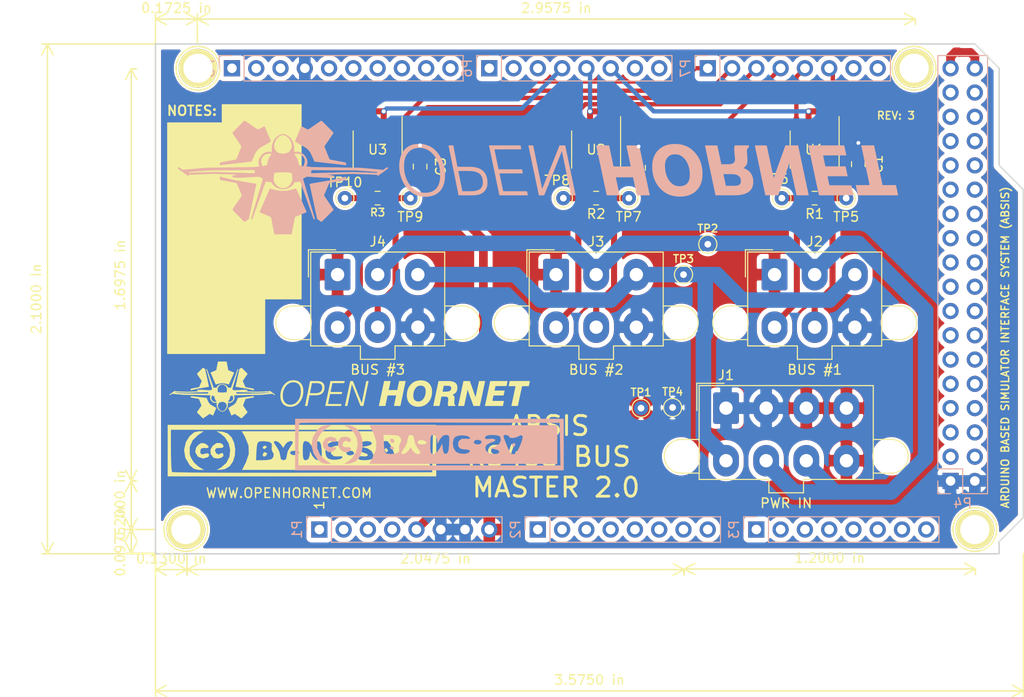
<source format=kicad_pcb>
(kicad_pcb (version 20171130) (host pcbnew "(5.1.4)-1")
  (title_block (title "ABSIS RS485 BUS MASTER") (date 2020-11-04) (rev 2) (company OPENHORNET.COM) (comment 1 "CC BY-NC-SA"))
  (layers (0 F.Cu signal) (31 B.Cu signal) (34 B.Paste user) (35 F.Paste user) (36 B.SilkS user) (37 F.SilkS user) (38 B.Mask user) (39 F.Mask user) (44 Edge.Cuts user))
  (net 0 "")
  (net 1 GND)
  (net 2 +5V)
  (net 3 +3V3)
  (net 4 +5VD)
  (net 5 /+12V_SUPPLY)
  (net 6 /+5V_SUPPLY)
  (net 7 /+3.3V_SUPPLY)
  (net 8 "/52(SCK)")
  (net 9 "/53(SS)")
  (net 10 "/50(MISO)")
  (net 11 "/51(MOSI)")
  (net 12 /48)
  (net 13 /49)
  (net 14 /46)
  (net 15 /47)
  (net 16 /44)
  (net 17 /45)
  (net 18 /42)
  (net 19 /43)
  (net 20 /40)
  (net 21 /41)
  (net 22 /38)
  (net 23 /39)
  (net 24 /36)
  (net 25 /37)
  (net 26 /34)
  (net 27 /35)
  (net 28 /32)
  (net 29 /33)
  (net 30 /30)
  (net 31 /31)
  (net 32 /28)
  (net 33 /29)
  (net 34 /26)
  (net 35 /27)
  (net 36 /24)
  (net 37 /25)
  (net 38 /22)
  (net 39 /23)
  (net 40 /Reset)
  (net 41 /IOREF)
  (net 42 /A0)
  (net 43 /A1)
  (net 44 /A2)
  (net 45 /A3)
  (net 46 /A4)
  (net 47 /A5)
  (net 48 /A6)
  (net 49 /A7)
  (net 50 /A8)
  (net 51 /A9)
  (net 52 /A10)
  (net 53 /A11)
  (net 54 /A12)
  (net 55 /A13)
  (net 56 /A14)
  (net 57 /A15)
  (net 58 /SCL)
  (net 59 /SDA)
  (net 60 /AREF)
  (net 61 "/13(**)")
  (net 62 "/12(**)")
  (net 63 "/11(**)")
  (net 64 "/10(**)")
  (net 65 "/9(**)")
  (net 66 "/8(**)")
  (net 67 "/7(**)")
  (net 68 "/6(**)")
  (net 69 "/5(**)")
  (net 70 "/4(**)")
  (net 71 "/3(**)")
  (net 72 "/2(**)")
  (net 73 "/1(Tx0)")
  (net 74 "/0(Rx0)")
  (net 75 "/14(Tx3)")
  (net 76 "/15(Rx3)")
  (net 77 "/16(Tx2)")
  (net 78 "/17(Rx2)")
  (net 79 "/18(Tx1)")
  (net 80 "/19(Rx1)")
  (net 81 "/20(SDA)")
  (net 82 "/21(SCL)")
  (net 83 /BUS1-A)
  (net 84 /BUS1-B)
  (net 85 /BUS2-B)
  (net 86 /BUS2-A)
  (net 87 /BUS3-A)
  (net 88 /BUS3-B)
  (net 89 "Net-(P1-Pad1)")
  (module KiCAD_Libraries:CC-BY-NC-SA-Small (layer B.Cu) (at 142.748 110.236)
    (fp_text reference G*** hide)
    (fp_text value LOGO hide)
  )
  (module KiCAD_Libraries:OH_LOGO_75.4mm_11.9mm (layer B.Cu) (at 154.178 82.296)
    (fp_text reference G*** hide)
    (fp_text value LOGO hide)
  )
  (module KiCAD_Libraries:CC-BY-NC-SA-Small (layer F.Cu) (at 129.413 110.871)
    (fp_text reference G*** hide)
    (fp_text value LOGO hide)
  )
  (module KiCAD_Libraries:OH_LOGO_37.7mm_5.9mm (layer F.Cu) (at 134.493 104.521)
    (fp_text reference G*** hide)
    (fp_text value LOGO hide)
  )
  (module Capacitor_SMD:C_0805_2012Metric_Pad1.15x1.40mm_HandSolder (layer F.Cu) (at 141.859 81.153 90)
    (fp_text reference C3 (at 0 2.159 90) (layer F.SilkS))
    (fp_text value 0.1uF)
    (pad 1 smd roundrect (at -1.025 0 90) (size 1.15 1.4) (layers F.Cu F.Paste F.Mask) (roundrect_rratio 0.217391) (net 2 +5V))
    (pad 2 smd roundrect (at 1.025 0 90) (size 1.15 1.4) (layers F.Cu F.Paste F.Mask) (roundrect_rratio 0.217391) (net 1 GND))
  )
  (module Capacitor_SMD:C_0805_2012Metric_Pad1.15x1.40mm_HandSolder (layer F.Cu) (at 164.719 81.28 90)
    (fp_text reference C2 (at 0 2.159 90) (layer F.SilkS))
    (fp_text value 0.1uF)
    (pad 2 smd roundrect (at 1.025 0 90) (size 1.15 1.4) (layers F.Cu F.Paste F.Mask) (roundrect_rratio 0.217391) (net 1 GND))
    (pad 1 smd roundrect (at -1.025 0 90) (size 1.15 1.4) (layers F.Cu F.Paste F.Mask) (roundrect_rratio 0.217391) (net 2 +5V))
  )
  (module Capacitor_SMD:C_0805_2012Metric_Pad1.15x1.40mm_HandSolder (layer F.Cu) (at 187.706 80.899 90)
    (fp_text reference C1 (at 0 2.032 90) (layer F.SilkS))
    (fp_text value 0.1uF)
    (pad 1 smd roundrect (at -1.025 0 90) (size 1.15 1.4) (layers F.Cu F.Paste F.Mask) (roundrect_rratio 0.217391) (net 2 +5V))
    (pad 2 smd roundrect (at 1.025 0 90) (size 1.15 1.4) (layers F.Cu F.Paste F.Mask) (roundrect_rratio 0.217391) (net 1 GND))
  )
  (module Resistor_SMD:R_0805_2012Metric_Pad1.15x1.40mm_HandSolder (layer F.Cu) (at 160.274 84.455 180)
    (fp_text reference R2 (at 0 -1.65) (layer F.SilkS))
    (fp_text value 120)
    (pad 2 smd roundrect (at 1.025 0 180) (size 1.15 1.4) (layers F.Cu F.Paste F.Mask) (roundrect_rratio 0.217391) (net 86 /BUS2-A))
    (pad 1 smd roundrect (at -1.025 0 180) (size 1.15 1.4) (layers F.Cu F.Paste F.Mask) (roundrect_rratio 0.217391) (net 85 /BUS2-B))
  )
  (module TestPoint:TestPoint_THTPad_D1.5mm_Drill0.7mm (layer F.Cu) (at 186.436 84.455)
    (fp_text reference TP5 (at 0 1.9558) (layer F.SilkS))
    (fp_text value TP-B1B)
    (pad 1 thru_hole circle (at 0 0) (size 1.5 1.5) (drill 0.7) (layers *.Cu *.Mask) (net 84 /BUS1-B))
  )
  (module TestPoint:TestPoint_THTPad_D1.5mm_Drill0.7mm (layer F.Cu) (at 163.703 84.455)
    (fp_text reference TP7 (at -0.0254 1.9558) (layer F.SilkS))
    (fp_text value TP-B2B)
    (pad 1 thru_hole circle (at 0 0) (size 1.5 1.5) (drill 0.7) (layers *.Cu *.Mask) (net 85 /BUS2-B))
  )
  (module TestPoint:TestPoint_THTPad_D1.5mm_Drill0.7mm (layer F.Cu) (at 156.845 84.455)
    (fp_text reference TP8 (at -0.635 -1.8542) (layer F.SilkS))
    (fp_text value TP-B2A)
    (pad 1 thru_hole circle (at 0 0) (size 1.5 1.5) (drill 0.7) (layers *.Cu *.Mask) (net 86 /BUS2-A))
  )
  (module Resistor_SMD:R_0805_2012Metric_Pad1.15x1.40mm_HandSolder (layer F.Cu) (at 137.414 84.455 180)
    (fp_text reference R3 (at 0 -1.4986) (layer F.SilkS) (effects (font (size 0.8 0.8))))
    (fp_text value 120)
    (pad 1 smd roundrect (at -1.025 0 180) (size 1.15 1.4) (layers F.Cu F.Paste F.Mask) (roundrect_rratio 0.217391) (net 88 /BUS3-B))
    (pad 2 smd roundrect (at 1.025 0 180) (size 1.15 1.4) (layers F.Cu F.Paste F.Mask) (roundrect_rratio 0.217391) (net 87 /BUS3-A))
  )
  (module TestPoint:TestPoint_THTPad_D1.5mm_Drill0.7mm (layer F.Cu) (at 140.843 84.455)
    (fp_text reference TP9 (at 0 1.9558) (layer F.SilkS))
    (fp_text value TP-B3B)
    (pad 1 thru_hole circle (at 0 0) (size 1.5 1.5) (drill 0.7) (layers *.Cu *.Mask) (net 88 /BUS3-B))
  )
  (module TestPoint:TestPoint_THTPad_D1.5mm_Drill0.7mm (layer F.Cu) (at 133.985 84.455)
    (fp_text reference TP10 (at 0 -1.648) (layer F.SilkS))
    (fp_text value TP-B3A)
    (pad 1 thru_hole circle (at 0 0) (size 1.5 1.5) (drill 0.7) (layers *.Cu *.Mask) (net 87 /BUS3-A))
  )
  (module Resistor_SMD:R_0805_2012Metric_Pad1.15x1.40mm_HandSolder (layer F.Cu) (at 183.134 84.455 180)
    (fp_text reference R1 (at 0 -1.65) (layer F.SilkS))
    (fp_text value 120)
    (pad 1 smd roundrect (at -1.025 0 180) (size 1.15 1.4) (layers F.Cu F.Paste F.Mask) (roundrect_rratio 0.217391) (net 84 /BUS1-B))
    (pad 2 smd roundrect (at 1.025 0 180) (size 1.15 1.4) (layers F.Cu F.Paste F.Mask) (roundrect_rratio 0.217391) (net 83 /BUS1-A))
  )
  (module Package_SO:SOIC-8_3.9x4.9mm_P1.27mm (layer F.Cu) (at 183.134 79.375 270)
    (fp_text reference U1 (at 0 0 180) (layer F.SilkS))
    (fp_text value MAX487EESA+T)
    (pad 1 smd roundrect (at -2.475 -1.905 270) (size 1.95 0.6) (layers F.Cu F.Paste F.Mask) (net 80 "/19(Rx1)"))
    (pad 2 smd roundrect (at -2.475 -0.635 270) (size 1.95 0.6) (layers F.Cu F.Paste F.Mask) (net 72 "/2(**)"))
    (pad 3 smd roundrect (at -2.475 0.635 270) (size 1.95 0.6) (layers F.Cu F.Paste F.Mask) (net 72 "/2(**)"))
    (pad 4 smd roundrect (at -2.475 1.905 270) (size 1.95 0.6) (layers F.Cu F.Paste F.Mask) (net 79 "/18(Tx1)"))
    (pad 5 smd roundrect (at 2.475 1.905 270) (size 1.95 0.6) (layers F.Cu F.Paste F.Mask) (net 1 GND))
    (pad 6 smd roundrect (at 2.475 0.635 270) (size 1.95 0.6) (layers F.Cu F.Paste F.Mask) (net 83 /BUS1-A))
    (pad 7 smd roundrect (at 2.475 -0.635 270) (size 1.95 0.6) (layers F.Cu F.Paste F.Mask) (net 84 /BUS1-B))
    (pad 8 smd roundrect (at 2.475 -1.905 270) (size 1.95 0.6) (layers F.Cu F.Paste F.Mask) (net 2 +5V))
  )
  (module Package_SO:SOIC-8_3.9x4.9mm_P1.27mm (layer F.Cu) (at 160.274 79.375 270)
    (fp_text reference U2 (at 0 0 180) (layer F.SilkS))
    (fp_text value MAX487EESA+T)
    (pad 8 smd roundrect (at 2.475 -1.905 270) (size 1.95 0.6) (layers F.Cu F.Paste F.Mask) (net 2 +5V))
    (pad 7 smd roundrect (at 2.475 -0.635 270) (size 1.95 0.6) (layers F.Cu F.Paste F.Mask) (net 85 /BUS2-B))
    (pad 6 smd roundrect (at 2.475 0.635 270) (size 1.95 0.6) (layers F.Cu F.Paste F.Mask) (net 86 /BUS2-A))
    (pad 5 smd roundrect (at 2.475 1.905 270) (size 1.95 0.6) (layers F.Cu F.Paste F.Mask) (net 1 GND))
    (pad 4 smd roundrect (at -2.475 1.905 270) (size 1.95 0.6) (layers F.Cu F.Paste F.Mask) (net 77 "/16(Tx2)"))
    (pad 3 smd roundrect (at -2.475 0.635 270) (size 1.95 0.6) (layers F.Cu F.Paste F.Mask) (net 71 "/3(**)"))
    (pad 2 smd roundrect (at -2.475 -0.635 270) (size 1.95 0.6) (layers F.Cu F.Paste F.Mask) (net 71 "/3(**)"))
    (pad 1 smd roundrect (at -2.475 -1.905 270) (size 1.95 0.6) (layers F.Cu F.Paste F.Mask) (net 78 "/17(Rx2)"))
  )
  (module Package_SO:SOIC-8_3.9x4.9mm_P1.27mm (layer F.Cu) (at 137.414 79.375 270)
    (fp_text reference U3 (at 0 0 180) (layer F.SilkS))
    (fp_text value MAX487EESA+T)
    (pad 1 smd roundrect (at -2.475 -1.905 270) (size 1.95 0.6) (layers F.Cu F.Paste F.Mask) (net 76 "/15(Rx3)"))
    (pad 2 smd roundrect (at -2.475 -0.635 270) (size 1.95 0.6) (layers F.Cu F.Paste F.Mask) (net 70 "/4(**)"))
    (pad 3 smd roundrect (at -2.475 0.635 270) (size 1.95 0.6) (layers F.Cu F.Paste F.Mask) (net 70 "/4(**)"))
    (pad 4 smd roundrect (at -2.475 1.905 270) (size 1.95 0.6) (layers F.Cu F.Paste F.Mask) (net 75 "/14(Tx3)"))
    (pad 5 smd roundrect (at 2.475 1.905 270) (size 1.95 0.6) (layers F.Cu F.Paste F.Mask) (net 1 GND))
    (pad 6 smd roundrect (at 2.475 0.635 270) (size 1.95 0.6) (layers F.Cu F.Paste F.Mask) (net 87 /BUS3-A))
    (pad 7 smd roundrect (at 2.475 -0.635 270) (size 1.95 0.6) (layers F.Cu F.Paste F.Mask) (net 88 /BUS3-B))
    (pad 8 smd roundrect (at 2.475 -1.905 270) (size 1.95 0.6) (layers F.Cu F.Paste F.Mask) (net 2 +5V))
  )
  (module TestPoint:TestPoint_THTPad_D1.5mm_Drill0.7mm (layer F.Cu) (at 179.705 84.455)
    (fp_text reference TP6 (at -0.635 -2.0066) (layer F.SilkS))
    (fp_text value TP-B1A)
    (pad 1 thru_hole circle (at 0 0) (size 1.5 1.5) (drill 0.7) (layers *.Cu *.Mask) (net 83 /BUS1-A))
  )
  (module Socket_Arduino_Mega:Arduino_1pin (layer F.Cu) (at 117.348 119.126)
    (fp_text reference MK1 hide)
    (fp_text value MH hide)
    (pad 1 thru_hole circle (at 0 0) (size 4.064 4.064) (drill 3.048) (layers *.Cu *.Mask F.SilkS))
  )
  (module Socket_Arduino_Mega:Arduino_1pin (layer F.Cu) (at 199.898 119.126)
    (fp_text reference MK3 hide)
    (fp_text value MH hide)
    (pad 1 thru_hole circle (at 0 0) (size 4.064 4.064) (drill 3.048) (layers *.Cu *.Mask F.SilkS))
  )
  (module Socket_Arduino_Mega:Arduino_1pin (layer F.Cu) (at 118.618 70.866)
    (fp_text reference MK4 hide)
    (fp_text value MH hide)
    (pad 1 thru_hole circle (at 0 0) (size 4.064 4.064) (drill 3.048) (layers *.Cu *.Mask F.SilkS))
  )
  (module Socket_Arduino_Mega:Arduino_1pin (layer F.Cu) (at 193.548 70.866)
    (fp_text reference MK6 hide)
    (fp_text value MH hide)
    (pad 1 thru_hole circle (at 0 0) (size 4.064 4.064) (drill 3.048) (layers *.Cu *.Mask F.SilkS))
  )
  (module TestPoint:TestPoint_THTPad_D1.5mm_Drill0.7mm (layer F.Cu) (at 164.973 106.426)
    (fp_text reference TP1 (at 0 -1.648) (layer F.SilkS) (effects (font (size 0.8 0.8))))
    (fp_text value TP-12)
    (pad 1 thru_hole circle (at 0 0) (size 1.5 1.5) (drill 0.7) (layers *.Cu *.Mask) (net 5 /+12V_SUPPLY))
  )
  (module TestPoint:TestPoint_THTPad_D1.5mm_Drill0.7mm (layer F.Cu) (at 171.958 89.281)
    (fp_text reference TP2 (at 0 -1.648) (layer F.SilkS) (effects (font (size 0.8 0.8))))
    (fp_text value TP-5V)
    (pad 1 thru_hole circle (at 0 0) (size 1.5 1.5) (drill 0.7) (layers *.Cu *.Mask) (net 6 /+5V_SUPPLY))
  )
  (module TestPoint:TestPoint_THTPad_D1.5mm_Drill0.7mm (layer F.Cu) (at 169.418 92.456)
    (fp_text reference TP3 (at 0 -1.648) (layer F.SilkS) (effects (font (size 0.8 0.8))))
    (fp_text value TP-3.3V)
    (pad 1 thru_hole circle (at 0 0) (size 1.5 1.5) (drill 0.7) (layers *.Cu *.Mask) (net 7 /+3.3V_SUPPLY))
  )
  (module TestPoint:TestPoint_THTPad_D1.5mm_Drill0.7mm (layer F.Cu) (at 168.275 106.3625)
    (fp_text reference TP4 (at 0 -1.648) (layer F.SilkS) (effects (font (size 0.8 0.8))))
    (fp_text value TP-GND)
    (pad 1 thru_hole circle (at 0 0) (size 1.5 1.5) (drill 0.7) (layers *.Cu *.Mask) (net 1 GND))
  )
  (module Connector_PinHeader_2.54mm:PinHeader_2x18_P2.54mm_Vertical (layer B.Cu) (at 197.358 114.046)
    (fp_text reference P4 (at 1.27 2.33) (layer B.SilkS) (effects (justify mirror)))
    (fp_text value Digital)
    (pad 1 thru_hole rect (at 0 0) (size 1.7 1.7) (drill 1) (layers *.Cu *.Mask) (net 1 GND))
    (pad 2 thru_hole oval (at 2.54 0) (size 1.7 1.7) (drill 1) (layers *.Cu *.Mask) (net 1 GND))
    (pad 3 thru_hole oval (at 0 -2.54) (size 1.7 1.7) (drill 1) (layers *.Cu *.Mask) (net 8 "/52(SCK)"))
    (pad 4 thru_hole oval (at 2.54 -2.54) (size 1.7 1.7) (drill 1) (layers *.Cu *.Mask) (net 9 "/53(SS)"))
    (pad 5 thru_hole oval (at 0 -5.08) (size 1.7 1.7) (drill 1) (layers *.Cu *.Mask) (net 10 "/50(MISO)"))
    (pad 6 thru_hole oval (at 2.54 -5.08) (size 1.7 1.7) (drill 1) (layers *.Cu *.Mask) (net 11 "/51(MOSI)"))
    (pad 7 thru_hole oval (at 0 -7.62) (size 1.7 1.7) (drill 1) (layers *.Cu *.Mask) (net 12 /48))
    (pad 8 thru_hole oval (at 2.54 -7.62) (size 1.7 1.7) (drill 1) (layers *.Cu *.Mask) (net 13 /49))
    (pad 9 thru_hole oval (at 0 -10.16) (size 1.7 1.7) (drill 1) (layers *.Cu *.Mask) (net 14 /46))
    (pad 10 thru_hole oval (at 2.54 -10.16) (size 1.7 1.7) (drill 1) (layers *.Cu *.Mask) (net 15 /47))
    (pad 11 thru_hole oval (at 0 -12.7) (size 1.7 1.7) (drill 1) (layers *.Cu *.Mask) (net 16 /44))
    (pad 12 thru_hole oval (at 2.54 -12.7) (size 1.7 1.7) (drill 1) (layers *.Cu *.Mask) (net 17 /45))
    (pad 13 thru_hole oval (at 0 -15.24) (size 1.7 1.7) (drill 1) (layers *.Cu *.Mask) (net 18 /42))
    (pad 14 thru_hole oval (at 2.54 -15.24) (size 1.7 1.7) (drill 1) (layers *.Cu *.Mask) (net 19 /43))
    (pad 15 thru_hole oval (at 0 -17.78) (size 1.7 1.7) (drill 1) (layers *.Cu *.Mask) (net 20 /40))
    (pad 16 thru_hole oval (at 2.54 -17.78) (size 1.7 1.7) (drill 1) (layers *.Cu *.Mask) (net 21 /41))
    (pad 17 thru_hole oval (at 0 -20.32) (size 1.7 1.7) (drill 1) (layers *.Cu *.Mask) (net 22 /38))
    (pad 18 thru_hole oval (at 2.54 -20.32) (size 1.7 1.7) (drill 1) (layers *.Cu *.Mask) (net 23 /39))
    (pad 19 thru_hole oval (at 0 -22.86) (size 1.7 1.7) (drill 1) (layers *.Cu *.Mask) (net 24 /36))
    (pad 20 thru_hole oval (at 2.54 -22.86) (size 1.7 1.7) (drill 1) (layers *.Cu *.Mask) (net 25 /37))
    (pad 21 thru_hole oval (at 0 -25.4) (size 1.7 1.7) (drill 1) (layers *.Cu *.Mask) (net 26 /34))
    (pad 22 thru_hole oval (at 2.54 -25.4) (size 1.7 1.7) (drill 1) (layers *.Cu *.Mask) (net 27 /35))
    (pad 23 thru_hole oval (at 0 -27.94) (size 1.7 1.7) (drill 1) (layers *.Cu *.Mask) (net 28 /32))
    (pad 24 thru_hole oval (at 2.54 -27.94) (size 1.7 1.7) (drill 1) (layers *.Cu *.Mask) (net 29 /33))
    (pad 25 thru_hole oval (at 0 -30.48) (size 1.7 1.7) (drill 1) (layers *.Cu *.Mask) (net 30 /30))
    (pad 26 thru_hole oval (at 2.54 -30.48) (size 1.7 1.7) (drill 1) (layers *.Cu *.Mask) (net 31 /31))
    (pad 27 thru_hole oval (at 0 -33.02) (size 1.7 1.7) (drill 1) (layers *.Cu *.Mask) (net 32 /28))
    (pad 28 thru_hole oval (at 2.54 -33.02) (size 1.7 1.7) (drill 1) (layers *.Cu *.Mask) (net 33 /29))
    (pad 29 thru_hole oval (at 0 -35.56) (size 1.7 1.7) (drill 1) (layers *.Cu *.Mask) (net 34 /26))
    (pad 30 thru_hole oval (at 2.54 -35.56) (size 1.7 1.7) (drill 1) (layers *.Cu *.Mask) (net 35 /27))
    (pad 31 thru_hole oval (at 0 -38.1) (size 1.7 1.7) (drill 1) (layers *.Cu *.Mask) (net 36 /24))
    (pad 32 thru_hole oval (at 2.54 -38.1) (size 1.7 1.7) (drill 1) (layers *.Cu *.Mask) (net 37 /25))
    (pad 33 thru_hole oval (at 0 -40.64) (size 1.7 1.7) (drill 1) (layers *.Cu *.Mask) (net 38 /22))
    (pad 34 thru_hole oval (at 2.54 -40.64) (size 1.7 1.7) (drill 1) (layers *.Cu *.Mask) (net 39 /23))
    (pad 35 thru_hole oval (at 0 -43.18) (size 1.7 1.7) (drill 1) (layers *.Cu *.Mask) (net 4 +5VD))
    (pad 36 thru_hole oval (at 2.54 -43.18) (size 1.7 1.7) (drill 1) (layers *.Cu *.Mask) (net 4 +5VD))
  )
  (module Connector_PinHeader_2.54mm:PinHeader_1x08_P2.54mm_Vertical (layer B.Cu) (at 131.318 119.126 270)
    (fp_text reference P1 (at 0 2.33 270) (layer B.SilkS) (effects (justify mirror)))
    (fp_text value Power)
    (pad 1 thru_hole rect (at 0 0 270) (size 1.7 1.7) (drill 1) (layers *.Cu *.Mask) (net 89 "Net-(P1-Pad1)"))
    (pad 2 thru_hole oval (at 0 -2.54 270) (size 1.7 1.7) (drill 1) (layers *.Cu *.Mask) (net 41 /IOREF))
    (pad 3 thru_hole oval (at 0 -5.08 270) (size 1.7 1.7) (drill 1) (layers *.Cu *.Mask) (net 40 /Reset))
    (pad 4 thru_hole oval (at 0 -7.62 270) (size 1.7 1.7) (drill 1) (layers *.Cu *.Mask) (net 3 +3V3))
    (pad 5 thru_hole oval (at 0 -10.16 270) (size 1.7 1.7) (drill 1) (layers *.Cu *.Mask) (net 2 +5V))
    (pad 6 thru_hole oval (at 0 -12.7 270) (size 1.7 1.7) (drill 1) (layers *.Cu *.Mask) (net 1 GND))
    (pad 7 thru_hole oval (at 0 -15.24 270) (size 1.7 1.7) (drill 1) (layers *.Cu *.Mask) (net 1 GND))
    (pad 8 thru_hole oval (at 0 -17.78 270) (size 1.7 1.7) (drill 1) (layers *.Cu *.Mask) (net 5 /+12V_SUPPLY))
  )
  (module Connector_PinHeader_2.54mm:PinHeader_1x08_P2.54mm_Vertical (layer B.Cu) (at 177.038 119.126 270)
    (fp_text reference P3 (at 0 2.33 270) (layer B.SilkS) (effects (justify mirror)))
    (fp_text value Analog)
    (pad 1 thru_hole rect (at 0 0 270) (size 1.7 1.7) (drill 1) (layers *.Cu *.Mask) (net 50 /A8))
    (pad 2 thru_hole oval (at 0 -2.54 270) (size 1.7 1.7) (drill 1) (layers *.Cu *.Mask) (net 51 /A9))
    (pad 3 thru_hole oval (at 0 -5.08 270) (size 1.7 1.7) (drill 1) (layers *.Cu *.Mask) (net 52 /A10))
    (pad 4 thru_hole oval (at 0 -7.62 270) (size 1.7 1.7) (drill 1) (layers *.Cu *.Mask) (net 53 /A11))
    (pad 5 thru_hole oval (at 0 -10.16 270) (size 1.7 1.7) (drill 1) (layers *.Cu *.Mask) (net 54 /A12))
    (pad 6 thru_hole oval (at 0 -12.7 270) (size 1.7 1.7) (drill 1) (layers *.Cu *.Mask) (net 55 /A13))
    (pad 7 thru_hole oval (at 0 -15.24 270) (size 1.7 1.7) (drill 1) (layers *.Cu *.Mask) (net 56 /A14))
    (pad 8 thru_hole oval (at 0 -17.78 270) (size 1.7 1.7) (drill 1) (layers *.Cu *.Mask) (net 57 /A15))
  )
  (module Connector_PinHeader_2.54mm:PinHeader_1x10_P2.54mm_Vertical (layer B.Cu) (at 122.174 70.866 270)
    (fp_text reference P5 (at 0 2.33 270) (layer B.SilkS) (effects (justify mirror)))
    (fp_text value PWM)
    (pad 1 thru_hole rect (at 0 0 270) (size 1.7 1.7) (drill 1) (layers *.Cu *.Mask) (net 58 /SCL))
    (pad 2 thru_hole oval (at 0 -2.54 270) (size 1.7 1.7) (drill 1) (layers *.Cu *.Mask) (net 59 /SDA))
    (pad 3 thru_hole oval (at 0 -5.08 270) (size 1.7 1.7) (drill 1) (layers *.Cu *.Mask) (net 60 /AREF))
    (pad 4 thru_hole oval (at 0 -7.62 270) (size 1.7 1.7) (drill 1) (layers *.Cu *.Mask) (net 1 GND))
    (pad 5 thru_hole oval (at 0 -10.16 270) (size 1.7 1.7) (drill 1) (layers *.Cu *.Mask) (net 61 "/13(**)"))
    (pad 6 thru_hole oval (at 0 -12.7 270) (size 1.7 1.7) (drill 1) (layers *.Cu *.Mask) (net 62 "/12(**)"))
    (pad 7 thru_hole oval (at 0 -15.24 270) (size 1.7 1.7) (drill 1) (layers *.Cu *.Mask) (net 63 "/11(**)"))
    (pad 8 thru_hole oval (at 0 -17.78 270) (size 1.7 1.7) (drill 1) (layers *.Cu *.Mask) (net 64 "/10(**)"))
    (pad 9 thru_hole oval (at 0 -20.32 270) (size 1.7 1.7) (drill 1) (layers *.Cu *.Mask) (net 65 "/9(**)"))
    (pad 10 thru_hole oval (at 0 -22.86 270) (size 1.7 1.7) (drill 1) (layers *.Cu *.Mask) (net 66 "/8(**)"))
  )
  (module Connector_PinHeader_2.54mm:PinHeader_1x08_P2.54mm_Vertical (layer B.Cu) (at 149.098 70.866 270)
    (fp_text reference P6 (at 0 2.33 270) (layer B.SilkS) (effects (justify mirror)))
    (fp_text value PWM)
    (pad 8 thru_hole oval (at 0 -17.78 270) (size 1.7 1.7) (drill 1) (layers *.Cu *.Mask) (net 74 "/0(Rx0)"))
    (pad 7 thru_hole oval (at 0 -15.24 270) (size 1.7 1.7) (drill 1) (layers *.Cu *.Mask) (net 73 "/1(Tx0)"))
    (pad 6 thru_hole oval (at 0 -12.7 270) (size 1.7 1.7) (drill 1) (layers *.Cu *.Mask) (net 72 "/2(**)"))
    (pad 5 thru_hole oval (at 0 -10.16 270) (size 1.7 1.7) (drill 1) (layers *.Cu *.Mask) (net 71 "/3(**)"))
    (pad 4 thru_hole oval (at 0 -7.62 270) (size 1.7 1.7) (drill 1) (layers *.Cu *.Mask) (net 70 "/4(**)"))
    (pad 3 thru_hole oval (at 0 -5.08 270) (size 1.7 1.7) (drill 1) (layers *.Cu *.Mask) (net 69 "/5(**)"))
    (pad 2 thru_hole oval (at 0 -2.54 270) (size 1.7 1.7) (drill 1) (layers *.Cu *.Mask) (net 68 "/6(**)"))
    (pad 1 thru_hole rect (at 0 0 270) (size 1.7 1.7) (drill 1) (layers *.Cu *.Mask) (net 67 "/7(**)"))
  )
  (module Connector_PinHeader_2.54mm:PinHeader_1x08_P2.54mm_Vertical (layer B.Cu) (at 171.958 70.866 270)
    (fp_text reference P7 (at 0 2.33 270) (layer B.SilkS) (effects (justify mirror)))
    (fp_text value Communication)
    (pad 8 thru_hole oval (at 0 -17.78 270) (size 1.7 1.7) (drill 1) (layers *.Cu *.Mask) (net 82 "/21(SCL)"))
    (pad 7 thru_hole oval (at 0 -15.24 270) (size 1.7 1.7) (drill 1) (layers *.Cu *.Mask) (net 81 "/20(SDA)"))
    (pad 6 thru_hole oval (at 0 -12.7 270) (size 1.7 1.7) (drill 1) (layers *.Cu *.Mask) (net 80 "/19(Rx1)"))
    (pad 5 thru_hole oval (at 0 -10.16 270) (size 1.7 1.7) (drill 1) (layers *.Cu *.Mask) (net 79 "/18(Tx1)"))
    (pad 4 thru_hole oval (at 0 -7.62 270) (size 1.7 1.7) (drill 1) (layers *.Cu *.Mask) (net 78 "/17(Rx2)"))
    (pad 3 thru_hole oval (at 0 -5.08 270) (size 1.7 1.7) (drill 1) (layers *.Cu *.Mask) (net 77 "/16(Tx2)"))
    (pad 2 thru_hole oval (at 0 -2.54 270) (size 1.7 1.7) (drill 1) (layers *.Cu *.Mask) (net 76 "/15(Rx3)"))
    (pad 1 thru_hole rect (at 0 0 270) (size 1.7 1.7) (drill 1) (layers *.Cu *.Mask) (net 75 "/14(Tx3)"))
  )
  (module Connector_PinHeader_2.54mm:PinHeader_1x08_P2.54mm_Vertical (layer B.Cu) (at 154.174201 119.126 270)
    (fp_text reference P2 (at 0 2.33 270) (layer B.SilkS) (effects (justify mirror)))
    (fp_text value Analog)
    (pad 1 thru_hole rect (at 0 0 270) (size 1.7 1.7) (drill 1) (layers *.Cu *.Mask) (net 42 /A0))
    (pad 2 thru_hole oval (at 0 -2.54 270) (size 1.7 1.7) (drill 1) (layers *.Cu *.Mask) (net 43 /A1))
    (pad 3 thru_hole oval (at 0 -5.08 270) (size 1.7 1.7) (drill 1) (layers *.Cu *.Mask) (net 44 /A2))
    (pad 4 thru_hole oval (at 0 -7.62 270) (size 1.7 1.7) (drill 1) (layers *.Cu *.Mask) (net 45 /A3))
    (pad 5 thru_hole oval (at 0 -10.16 270) (size 1.7 1.7) (drill 1) (layers *.Cu *.Mask) (net 46 /A4))
    (pad 6 thru_hole oval (at 0 -12.7 270) (size 1.7 1.7) (drill 1) (layers *.Cu *.Mask) (net 47 /A5))
    (pad 7 thru_hole oval (at 0 -15.24 270) (size 1.7 1.7) (drill 1) (layers *.Cu *.Mask) (net 48 /A6))
    (pad 8 thru_hole oval (at 0 -17.78 270) (size 1.7 1.7) (drill 1) (layers *.Cu *.Mask) (net 49 /A7))
  )
  (module Connector_Molex:Molex_Mini-Fit_Jr_5566-08A2_2x04_P4.20mm_Vertical (layer F.Cu) (at 173.863 106.426)
    (fp_text reference J1 (at 0 -3.45) (layer F.SilkS))
    (fp_text value "PWR IN" (at 6.3 9.95) (layer F.SilkS))
    (pad 1 thru_hole roundrect (at 0 0) (size 2.7 3.3) (drill 1.4) (layers *.Cu *.Mask) (roundrect_rratio 0.09259299999999999) (net 1 GND))
    (pad 2 thru_hole oval (at 4.2 0) (size 2.7 3.3) (drill 1.4) (layers *.Cu *.Mask) (net 1 GND))
    (pad 3 thru_hole oval (at 8.4 0) (size 2.7 3.3) (drill 1.4) (layers *.Cu *.Mask) (net 5 /+12V_SUPPLY))
    (pad 4 thru_hole oval (at 12.6 0) (size 2.7 3.3) (drill 1.4) (layers *.Cu *.Mask) (net 5 /+12V_SUPPLY))
    (pad 5 thru_hole oval (at 0 5.5) (size 2.7 3.3) (drill 1.4) (layers *.Cu *.Mask) (net 7 /+3.3V_SUPPLY))
    (pad 6 thru_hole oval (at 4.2 5.5) (size 2.7 3.3) (drill 1.4) (layers *.Cu *.Mask) (net 6 /+5V_SUPPLY))
    (pad 7 thru_hole oval (at 8.4 5.5) (size 2.7 3.3) (drill 1.4) (layers *.Cu *.Mask) (net 6 /+5V_SUPPLY))
    (pad 8 thru_hole oval (at 12.6 5.5) (size 2.7 3.3) (drill 1.4) (layers *.Cu *.Mask) (net 5 /+12V_SUPPLY))
    (pad "" np_thru_hole circle (at -4.7 5.04) (size 3 3) (drill 3) (layers *.Cu *.Mask))
    (pad "" np_thru_hole circle (at 17.3 5.04) (size 3 3) (drill 3) (layers *.Cu *.Mask))
  )
  (module Connector_Molex:Molex_Mini-Fit_Jr_5566-06A2_2x03_P4.20mm_Vertical (layer F.Cu) (at 156.083 92.456)
    (fp_text reference J3 (at 4.2 -3.45) (layer F.SilkS))
    (fp_text value "BUS #2" (at 4.2 9.95) (layer F.SilkS))
    (pad "" np_thru_hole circle (at 13.1 5.04) (size 3 3) (drill 3) (layers *.Cu *.Mask))
    (pad "" np_thru_hole circle (at -4.7 5.04) (size 3 3) (drill 3) (layers *.Cu *.Mask))
    (pad 6 thru_hole oval (at 8.4 5.5) (size 2.7 3.3) (drill 1.4) (layers *.Cu *.Mask) (net 1 GND))
    (pad 5 thru_hole oval (at 4.2 5.5) (size 2.7 3.3) (drill 1.4) (layers *.Cu *.Mask) (net 85 /BUS2-B))
    (pad 4 thru_hole oval (at 0 5.5) (size 2.7 3.3) (drill 1.4) (layers *.Cu *.Mask) (net 86 /BUS2-A))
    (pad 3 thru_hole oval (at 8.4 0) (size 2.7 3.3) (drill 1.4) (layers *.Cu *.Mask) (net 7 /+3.3V_SUPPLY))
    (pad 2 thru_hole oval (at 4.2 0) (size 2.7 3.3) (drill 1.4) (layers *.Cu *.Mask) (net 6 /+5V_SUPPLY))
    (pad 1 thru_hole roundrect (at 0 0) (size 2.7 3.3) (drill 1.4) (layers *.Cu *.Mask) (roundrect_rratio 0.09259299999999999) (net 5 /+12V_SUPPLY))
  )
  (module Connector_Molex:Molex_Mini-Fit_Jr_5566-06A2_2x03_P4.20mm_Vertical (layer F.Cu) (at 133.223 92.456)
    (fp_text reference J4 (at 4.2 -3.45) (layer F.SilkS))
    (fp_text value "BUS #3" (at 4.2 9.95) (layer F.SilkS))
    (pad 1 thru_hole roundrect (at 0 0) (size 2.7 3.3) (drill 1.4) (layers *.Cu *.Mask) (roundrect_rratio 0.09259299999999999) (net 5 /+12V_SUPPLY))
    (pad 2 thru_hole oval (at 4.2 0) (size 2.7 3.3) (drill 1.4) (layers *.Cu *.Mask) (net 6 /+5V_SUPPLY))
    (pad 3 thru_hole oval (at 8.4 0) (size 2.7 3.3) (drill 1.4) (layers *.Cu *.Mask) (net 7 /+3.3V_SUPPLY))
    (pad 4 thru_hole oval (at 0 5.5) (size 2.7 3.3) (drill 1.4) (layers *.Cu *.Mask) (net 87 /BUS3-A))
    (pad 5 thru_hole oval (at 4.2 5.5) (size 2.7 3.3) (drill 1.4) (layers *.Cu *.Mask) (net 88 /BUS3-B))
    (pad 6 thru_hole oval (at 8.4 5.5) (size 2.7 3.3) (drill 1.4) (layers *.Cu *.Mask) (net 1 GND))
    (pad "" np_thru_hole circle (at -4.7 5.04) (size 3 3) (drill 3) (layers *.Cu *.Mask))
    (pad "" np_thru_hole circle (at 13.1 5.04) (size 3 3) (drill 3) (layers *.Cu *.Mask))
  )
  (module Connector_Molex:Molex_Mini-Fit_Jr_5566-06A2_2x03_P4.20mm_Vertical (layer F.Cu) (at 178.943 92.456)
    (fp_text reference J2 (at 4.2 -3.45) (layer F.SilkS))
    (fp_text value "BUS #1" (at 4.2 9.95) (layer F.SilkS))
    (pad 1 thru_hole roundrect (at 0 0) (size 2.7 3.3) (drill 1.4) (layers *.Cu *.Mask) (roundrect_rratio 0.09259299999999999) (net 5 /+12V_SUPPLY))
    (pad 2 thru_hole oval (at 4.2 0) (size 2.7 3.3) (drill 1.4) (layers *.Cu *.Mask) (net 6 /+5V_SUPPLY))
    (pad 3 thru_hole oval (at 8.4 0) (size 2.7 3.3) (drill 1.4) (layers *.Cu *.Mask) (net 7 /+3.3V_SUPPLY))
    (pad 4 thru_hole oval (at 0 5.5) (size 2.7 3.3) (drill 1.4) (layers *.Cu *.Mask) (net 83 /BUS1-A))
    (pad 5 thru_hole oval (at 4.2 5.5) (size 2.7 3.3) (drill 1.4) (layers *.Cu *.Mask) (net 84 /BUS1-B))
    (pad 6 thru_hole oval (at 8.4 5.5) (size 2.7 3.3) (drill 1.4) (layers *.Cu *.Mask) (net 1 GND))
    (pad "" np_thru_hole circle (at -4.7 5.04) (size 3 3) (drill 3) (layers *.Cu *.Mask))
    (pad "" np_thru_hole circle (at 13.1 5.04) (size 3 3) (drill 3) (layers *.Cu *.Mask))
  )
  (gr_poly (pts (xy 115.443 76.581) (xy 121.158 76.581) (xy 121.158 74.676) (xy 129.413 74.676) (xy 129.413 94.996) (xy 125.603 94.996) (xy 125.603 100.711) (xy 115.443 100.711)) (layer F.SilkS) (width 0.1))
  (gr_text NOTES: (at 117.983 75.311) (layer F.SilkS) (effects (font (size 1 1) (thickness 0.2))))
  (dimension 43.1165 (width 0.15) (layer F.SilkS) (gr_text "43.117 mm" (at 112.933 92.48775 90) (layer F.SilkS) (effects (font (size 1 1) (thickness 0.15)))) (feature1 (pts (xy 111.633 70.9295) (xy 112.219421 70.9295))) (feature2 (pts (xy 111.633 114.046) (xy 112.219421 114.046))) (crossbar (pts (xy 111.633 114.046) (xy 111.633 70.9295))) (arrow1a (pts (xy 111.633 70.9295) (xy 112.219421 72.056004))) (arrow1b (pts (xy 111.633 70.9295) (xy 111.046579 72.056004))) (arrow2a (pts (xy 111.633 114.046) (xy 112.219421 112.919496))) (arrow2b (pts (xy 111.633 114.046) (xy 111.046579 112.919496))))
  (dimension 5.08 (width 0.15) (layer F.SilkS) (gr_text "5.080 mm" (at 112.933 116.586 90) (layer F.SilkS) (effects (font (size 1 1) (thickness 0.15)))) (feature1 (pts (xy 111.633 114.046) (xy 112.219421 114.046))) (feature2 (pts (xy 111.633 119.126) (xy 112.219421 119.126))) (crossbar (pts (xy 111.633 119.126) (xy 111.633 114.046))) (arrow1a (pts (xy 111.633 114.046) (xy 112.219421 115.172504))) (arrow1b (pts (xy 111.633 114.046) (xy 111.046579 115.172504))) (arrow2a (pts (xy 111.633 119.126) (xy 112.219421 117.999496))) (arrow2b (pts (xy 111.633 119.126) (xy 111.046579 117.999496))))
  (dimension 2.4765 (width 0.15) (layer F.SilkS) (gr_text "2.477 mm" (at 110.333 120.36425 90) (layer F.SilkS) (effects (font (size 1 1) (thickness 0.15)))) (feature1 (pts (xy 114.173 119.126) (xy 111.046579 119.126))) (feature2 (pts (xy 114.173 121.6025) (xy 111.046579 121.6025))) (crossbar (pts (xy 111.633 121.6025) (xy 111.633 119.126))) (arrow1a (pts (xy 111.633 119.126) (xy 112.219421 120.252504))) (arrow1b (pts (xy 111.633 119.126) (xy 111.046579 120.252504))) (arrow2a (pts (xy 111.633 121.6025) (xy 112.219421 120.475996))) (arrow2b (pts (xy 111.633 121.6025) (xy 111.046579 120.475996))))
  (dimension 75.1205 (width 0.15) (layer F.SilkS) (gr_text "75.121 mm" (at 156.11475 67.0225) (layer F.SilkS) (effects (font (size 1 1) (thickness 0.15)))) (feature1 (pts (xy 193.675 65.7225) (xy 193.675 66.308921))) (feature2 (pts (xy 118.5545 65.7225) (xy 118.5545 66.308921))) (crossbar (pts (xy 118.5545 65.7225) (xy 193.675 65.7225))) (arrow1a (pts (xy 193.675 65.7225) (xy 192.548496 66.308921))) (arrow1b (pts (xy 193.675 65.7225) (xy 192.548496 65.136079))) (arrow2a (pts (xy 118.5545 65.7225) (xy 119.681004 66.308921))) (arrow2b (pts (xy 118.5545 65.7225) (xy 119.681004 65.136079))))
  (dimension 4.3815 (width 0.15) (layer F.SilkS) (gr_text "4.381 mm" (at 116.36375 64.4225) (layer F.SilkS) (effects (font (size 1 1) (thickness 0.15)))) (feature1 (pts (xy 118.5545 68.326) (xy 118.5545 65.136079))) (feature2 (pts (xy 114.173 68.326) (xy 114.173 65.136079))) (crossbar (pts (xy 114.173 65.7225) (xy 118.5545 65.7225))) (arrow1a (pts (xy 118.5545 65.7225) (xy 117.427996 66.308921))) (arrow1b (pts (xy 118.5545 65.7225) (xy 117.427996 65.136079))) (arrow2a (pts (xy 114.173 65.7225) (xy 115.299504 66.308921))) (arrow2b (pts (xy 114.173 65.7225) (xy 115.299504 65.136079))))
  (dimension 30.48 (width 0.15) (layer F.SilkS) (gr_text "30.480 mm" (at 184.7215 124.5535) (layer F.SilkS) (effects (font (size 1 1) (thickness 0.15)))) (feature1 (pts (xy 199.9615 123.2535) (xy 199.9615 123.839921))) (feature2 (pts (xy 169.4815 123.2535) (xy 169.4815 123.839921))) (crossbar (pts (xy 169.4815 123.2535) (xy 199.9615 123.2535))) (arrow1a (pts (xy 199.9615 123.2535) (xy 198.834996 123.839921))) (arrow1b (pts (xy 199.9615 123.2535) (xy 198.834996 122.667079))) (arrow2a (pts (xy 169.4815 123.2535) (xy 170.608004 123.839921))) (arrow2b (pts (xy 169.4815 123.2535) (xy 170.608004 122.667079))))
  (dimension 52.0065 (width 0.15) (layer F.SilkS) (gr_text "52.007 mm" (at 143.47825 124.617) (layer F.SilkS) (effects (font (size 1 1) (thickness 0.15)))) (feature1 (pts (xy 169.4815 123.317) (xy 169.4815 123.903421))) (feature2 (pts (xy 117.475 123.317) (xy 117.475 123.903421))) (crossbar (pts (xy 117.475 123.317) (xy 169.4815 123.317))) (arrow1a (pts (xy 169.4815 123.317) (xy 168.354996 123.903421))) (arrow1b (pts (xy 169.4815 123.317) (xy 168.354996 122.730579))) (arrow2a (pts (xy 117.475 123.317) (xy 118.601504 123.903421))) (arrow2b (pts (xy 117.475 123.317) (xy 118.601504 122.730579))))
  (dimension 3.302 (width 0.15) (layer F.SilkS) (gr_text "3.302 mm" (at 115.824 124.617) (layer F.SilkS) (effects (font (size 1 1) (thickness 0.15)))) (feature1 (pts (xy 117.475 121.666) (xy 117.475 123.903421))) (feature2 (pts (xy 114.173 121.666) (xy 114.173 123.903421))) (crossbar (pts (xy 114.173 123.317) (xy 117.475 123.317))) (arrow1a (pts (xy 117.475 123.317) (xy 116.348496 123.903421))) (arrow1b (pts (xy 117.475 123.317) (xy 116.348496 122.730579))) (arrow2a (pts (xy 114.173 123.317) (xy 115.299504 123.903421))) (arrow2b (pts (xy 114.173 123.317) (xy 115.299504 122.730579))))
  (dimension 53.34 (width 0.15) (layer F.SilkS) (gr_text "53.340 mm" (at 101.57 94.996 90) (layer F.SilkS) (effects (font (size 1 1) (thickness 0.15)))) (feature1 (pts (xy 114.173 68.326) (xy 102.283579 68.326))) (feature2 (pts (xy 114.173 121.666) (xy 102.283579 121.666))) (crossbar (pts (xy 102.87 121.666) (xy 102.87 68.326))) (arrow1a (pts (xy 102.87 68.326) (xy 103.456421 69.452504))) (arrow1b (pts (xy 102.87 68.326) (xy 102.283579 69.452504))) (arrow2a (pts (xy 102.87 121.666) (xy 103.456421 120.539496))) (arrow2b (pts (xy 102.87 121.666) (xy 102.283579 120.539496))))
  (dimension 90.805 (width 0.15) (layer F.SilkS) (gr_text "90.805 mm" (at 159.5755 137.317) (layer F.SilkS) (effects (font (size 1 1) (thickness 0.15)))) (feature1 (pts (xy 204.978 121.666) (xy 204.978 136.603421))) (feature2 (pts (xy 114.173 121.666) (xy 114.173 136.603421))) (crossbar (pts (xy 114.173 136.017) (xy 204.978 136.017))) (arrow1a (pts (xy 204.978 136.017) (xy 203.851496 136.603421))) (arrow1b (pts (xy 204.978 136.017) (xy 203.851496 135.430579))) (arrow2a (pts (xy 114.173 136.017) (xy 115.299504 136.603421))) (arrow2b (pts (xy 114.173 136.017) (xy 115.299504 135.430579))))
  (gr_line (start 114.173 121.666) (end 202.438 121.666) (layer Edge.Cuts) (width 0.15))
  (gr_line (start 114.173 68.326) (end 199.898 68.326) (layer Edge.Cuts) (width 0.15))
  (gr_line (start 114.173 121.666) (end 114.173 68.326) (layer Edge.Cuts) (width 0.15))
  (gr_text WWW.OPENHORNET.COM (at 128.143 115.316) (layer F.SilkS) (effects (font (size 1 1))))
  (gr_text "REV: 3" (at 191.643 75.819) (layer F.SilkS) (effects (font (size 0.8 0.8))))
  (gr_text "ABSIS \nRS485 BUS \nMASTER 2.0" (at 156.083 111.506) (layer F.SilkS) (effects (font (size 2 2) (thickness 0.3))))
  (gr_text "ARDUINO BASED SIMULATOR INTERFACE SYSTEM (ABSIS)" (at 203.073 100.076 90) (layer F.SilkS) (effects (font (size 0.8 0.8))))
  (gr_text 1 (at 131.318 116.586 90) (layer F.SilkS) (effects (font (size 1 1))))
  (gr_line (start 202.438 120.396) (end 202.438 121.666) (angle 90) (layer Edge.Cuts) (width 0.15))
  (gr_line (start 204.978 117.856) (end 202.438 120.396) (angle 90) (layer Edge.Cuts) (width 0.15))
  (gr_line (start 204.978 83.566) (end 204.978 117.856) (angle 90) (layer Edge.Cuts) (width 0.15))
  (gr_line (start 202.438 81.026) (end 204.978 83.566) (angle 90) (layer Edge.Cuts) (width 0.15))
  (gr_line (start 202.438 70.866) (end 202.438 81.026) (angle 90) (layer Edge.Cuts) (width 0.15))
  (gr_line (start 199.898 68.326) (end 202.438 70.866) (angle 90) (layer Edge.Cuts) (width 0.15))
  (segment (start 181.229 80.775) (end 181.229 81.85) (width 0.635) (layer F.Cu) (net 1))
  (segment (start 182.13 79.874) (end 181.229 80.775) (width 0.635) (layer F.Cu) (net 1))
  (segment (start 187.706 79.874) (end 182.13 79.874) (width 0.635) (layer F.Cu) (net 1))
  (segment (start 158.369 80.775) (end 158.369 81.85) (width 0.635) (layer F.Cu) (net 1))
  (segment (start 158.889 80.255) (end 158.369 80.775) (width 0.635) (layer F.Cu) (net 1))
  (segment (start 164.719 80.255) (end 158.889 80.255) (width 0.635) (layer F.Cu) (net 1))
  (segment (start 135.509 80.775) (end 135.509 81.85) (width 0.635) (layer F.Cu) (net 1))
  (segment (start 136.156 80.128) (end 135.509 80.775) (width 0.635) (layer F.Cu) (net 1))
  (segment (start 141.859 80.128) (end 136.156 80.128) (width 0.635) (layer F.Cu) (net 1))
  (via (at 141.859 78.9305) (size 0.6) (drill 0.4) (layers F.Cu B.Cu) (net 1))
  (segment (start 141.859 80.128) (end 141.859 78.9305) (width 0.635) (layer F.Cu) (net 1))
  (via (at 164.719 79.0575) (size 0.6) (drill 0.4) (layers F.Cu B.Cu) (net 1))
  (segment (start 164.719 80.255) (end 164.719 79.0575) (width 0.635) (layer F.Cu) (net 1))
  (via (at 187.706 78.6765) (size 0.6) (drill 0.4) (layers F.Cu B.Cu) (net 1))
  (segment (start 187.706 79.874) (end 187.706 78.6765) (width 0.635) (layer F.Cu) (net 1))
  (segment (start 141.531 81.85) (end 141.859 82.178) (width 0.635) (layer F.Cu) (net 2))
  (segment (start 139.319 81.85) (end 141.531 81.85) (width 0.635) (layer F.Cu) (net 2))
  (segment (start 164.264 81.85) (end 164.719 82.305) (width 0.635) (layer F.Cu) (net 2))
  (segment (start 162.179 81.85) (end 164.264 81.85) (width 0.635) (layer F.Cu) (net 2))
  (segment (start 187.632 81.85) (end 187.706 81.924) (width 0.635) (layer F.Cu) (net 2))
  (segment (start 185.039 81.85) (end 187.632 81.85) (width 0.635) (layer F.Cu) (net 2))
  (segment (start 165.519 82.305) (end 164.719 82.305) (width 0.9144) (layer F.Cu) (net 2))
  (segment (start 166.07621 79.036262) (end 166.07621 81.74779) (width 0.9144) (layer F.Cu) (net 2))
  (segment (start 141.859 82.178) (end 155.587552 82.178) (width 0.9144) (layer F.Cu) (net 2))
  (segment (start 155.587552 82.178) (end 158.485262 79.28029) (width 0.9144) (layer F.Cu) (net 2))
  (segment (start 158.485262 79.28029) (end 163.117762 79.28029) (width 0.9144) (layer F.Cu) (net 2))
  (segment (start 163.117762 79.28029) (end 164.315262 78.08279) (width 0.9144) (layer F.Cu) (net 2))
  (segment (start 164.315262 78.08279) (end 165.122738 78.08279) (width 0.9144) (layer F.Cu) (net 2))
  (segment (start 166.07621 81.74779) (end 165.519 82.305) (width 0.9144) (layer F.Cu) (net 2))
  (segment (start 165.122738 78.08279) (end 166.07621 79.036262) (width 0.9144) (layer F.Cu) (net 2))
  (segment (start 187.302262 77.70179) (end 188.109738 77.70179) (width 0.9144) (layer F.Cu) (net 2))
  (segment (start 186.73129 78.272762) (end 187.302262 77.70179) (width 0.9144) (layer F.Cu) (net 2))
  (segment (start 186.73129 78.53221) (end 186.73129 78.272762) (width 0.9144) (layer F.Cu) (net 2))
  (segment (start 165.122738 78.08279) (end 165.572158 78.53221) (width 0.9144) (layer F.Cu) (net 2))
  (segment (start 165.572158 78.53221) (end 186.73129 78.53221) (width 0.9144) (layer F.Cu) (net 2))
  (segment (start 188.506 81.924) (end 187.706 81.924) (width 0.9144) (layer F.Cu) (net 2))
  (segment (start 189.06321 81.36679) (end 188.506 81.924) (width 0.9144) (layer F.Cu) (net 2))
  (segment (start 189.06321 78.655262) (end 189.06321 81.36679) (width 0.9144) (layer F.Cu) (net 2))
  (segment (start 188.109738 77.70179) (end 189.06321 78.655262) (width 0.9144) (layer F.Cu) (net 2))
  (segment (start 142.327999 118.276001) (end 141.478 119.126) (width 0.9144) (layer F.Cu) (net 2))
  (segment (start 148.480201 112.123799) (end 142.327999 118.276001) (width 0.9144) (layer F.Cu) (net 2))
  (segment (start 148.480201 88.799201) (end 148.480201 112.123799) (width 0.9144) (layer F.Cu) (net 2))
  (segment (start 141.859 82.178) (end 148.480201 88.799201) (width 0.9144) (layer F.Cu) (net 2))
  (segment (start 199.898 69.663919) (end 199.898 70.866) (width 0.9144) (layer F.Cu) (net 4))
  (segment (start 197.358 70.866) (end 197.358 69.663919) (width 0.9144) (layer F.Cu) (net 4))
  (segment (start 197.358 69.663919) (end 197.870419 69.1515) (width 0.9144) (layer F.Cu) (net 4))
  (segment (start 197.870419 69.1515) (end 198.1835 69.1515) (width 0.9144) (layer F.Cu) (net 4))
  (segment (start 198.1835 69.1515) (end 198.247 69.215) (width 0.9144) (layer F.Cu) (net 4))
  (segment (start 198.247 69.215) (end 199.449081 69.215) (width 0.9144) (layer F.Cu) (net 4))
  (segment (start 199.449081 69.215) (end 199.898 69.663919) (width 0.9144) (layer F.Cu) (net 4))
  (segment (start 157.3074 89.1804) (end 160.283 92.156) (width 1.6256) (layer B.Cu) (net 6))
  (segment (start 140.3986 89.1804) (end 157.3074 89.1804) (width 1.6256) (layer B.Cu) (net 6))
  (segment (start 137.423 92.156) (end 140.3986 89.1804) (width 1.6256) (layer B.Cu) (net 6))
  (segment (start 137.423 92.456) (end 137.423 92.156) (width 1.6256) (layer B.Cu) (net 6))
  (segment (start 180.1674 89.1804) (end 183.143 92.156) (width 1.6256) (layer B.Cu) (net 6))
  (segment (start 163.2586 89.1804) (end 180.1674 89.1804) (width 1.6256) (layer B.Cu) (net 6))
  (segment (start 160.283 92.156) (end 163.2586 89.1804) (width 1.6256) (layer B.Cu) (net 6))
  (segment (start 160.283 92.456) (end 160.283 92.156) (width 1.6256) (layer B.Cu) (net 6))
  (segment (start 183.143 92.156) (end 183.143 92.456) (width 1.6256) (layer B.Cu) (net 6))
  (segment (start 186.1186 89.1804) (end 183.143 92.156) (width 1.6256) (layer B.Cu) (net 6))
  (segment (start 194.752001 96.223484) (end 187.708917 89.1804) (width 1.6256) (layer B.Cu) (net 6))
  (segment (start 194.752001 111.595945) (end 194.752001 96.223484) (width 1.6256) (layer B.Cu) (net 6))
  (segment (start 191.146346 115.2016) (end 194.752001 111.595945) (width 1.6256) (layer B.Cu) (net 6))
  (segment (start 185.2386 115.2016) (end 191.146346 115.2016) (width 1.6256) (layer B.Cu) (net 6))
  (segment (start 187.708917 89.1804) (end 186.1186 89.1804) (width 1.6256) (layer B.Cu) (net 6))
  (segment (start 182.263 112.226) (end 185.2386 115.2016) (width 1.6256) (layer B.Cu) (net 6))
  (segment (start 182.263 111.926) (end 182.263 112.226) (width 1.6256) (layer B.Cu) (net 6))
  (segment (start 181.0386 115.2016) (end 185.2386 115.2016) (width 1.6256) (layer B.Cu) (net 6))
  (segment (start 178.063 112.226) (end 181.0386 115.2016) (width 1.6256) (layer B.Cu) (net 6))
  (segment (start 178.063 111.926) (end 178.063 112.226) (width 1.6256) (layer B.Cu) (net 6))
  (segment (start 161.82019 95.11881) (end 164.483 92.456) (width 1.6256) (layer B.Cu) (net 7))
  (segment (start 154.459928 95.11881) (end 161.82019 95.11881) (width 1.6256) (layer B.Cu) (net 7))
  (segment (start 151.797118 92.456) (end 154.459928 95.11881) (width 1.6256) (layer B.Cu) (net 7))
  (segment (start 141.623 92.456) (end 151.797118 92.456) (width 1.6256) (layer B.Cu) (net 7))
  (segment (start 184.68019 95.11881) (end 187.343 92.456) (width 1.6256) (layer B.Cu) (net 7))
  (segment (start 175.584756 95.11881) (end 184.68019 95.11881) (width 1.6256) (layer B.Cu) (net 7))
  (segment (start 172.921946 92.456) (end 175.584756 95.11881) (width 1.6256) (layer B.Cu) (net 7))
  (segment (start 171.695801 92.892301) (end 171.2595 92.456) (width 1.6256) (layer B.Cu) (net 7))
  (segment (start 171.50019 98.897756) (end 171.695801 98.702145) (width 1.6256) (layer B.Cu) (net 7))
  (segment (start 171.50019 109.26319) (end 171.50019 98.897756) (width 1.6256) (layer B.Cu) (net 7))
  (segment (start 173.863 111.626) (end 171.50019 109.26319) (width 1.6256) (layer B.Cu) (net 7))
  (segment (start 171.695801 98.702145) (end 171.695801 92.892301) (width 1.6256) (layer B.Cu) (net 7))
  (segment (start 173.863 111.926) (end 173.863 111.626) (width 1.6256) (layer B.Cu) (net 7))
  (segment (start 171.2595 92.456) (end 172.921946 92.456) (width 1.6256) (layer B.Cu) (net 7))
  (segment (start 164.483 92.456) (end 171.2595 92.456) (width 1.6256) (layer B.Cu) (net 7))
  (segment (start 138.049 76.9) (end 138.049 75.3745) (width 0.635) (layer F.Cu) (net 70))
  (segment (start 138.049 75.3745) (end 136.779 75.3745) (width 0.635) (layer F.Cu) (net 70))
  (segment (start 136.779 75.3745) (end 136.779 76.9) (width 0.635) (layer F.Cu) (net 70))
  (via (at 138.049 75.3745) (size 0.6) (drill 0.4) (layers F.Cu B.Cu) (net 70))
  (segment (start 155.868001 71.715999) (end 156.718 70.866) (width 0.4572) (layer B.Cu) (net 70))
  (segment (start 152.509499 75.074501) (end 155.868001 71.715999) (width 0.4572) (layer B.Cu) (net 70))
  (segment (start 138.348999 75.074501) (end 152.509499 75.074501) (width 0.4572) (layer B.Cu) (net 70))
  (segment (start 138.049 75.3745) (end 138.348999 75.074501) (width 0.4572) (layer B.Cu) (net 70))
  (segment (start 160.909 76.9) (end 160.909 75.3745) (width 0.635) (layer F.Cu) (net 71))
  (segment (start 160.909 75.3745) (end 159.639 75.3745) (width 0.635) (layer F.Cu) (net 71))
  (segment (start 159.639 75.3745) (end 159.639 76.9) (width 0.635) (layer F.Cu) (net 71))
  (via (at 159.639 75.3745) (size 0.6) (drill 0.4) (layers F.Cu B.Cu) (net 71))
  (segment (start 159.639 71.247) (end 159.258 70.866) (width 0.4572) (layer B.Cu) (net 71))
  (segment (start 159.639 75.3745) (end 159.639 71.247) (width 0.4572) (layer B.Cu) (net 71))
  (segment (start 183.769 76.9) (end 183.769 75.3745) (width 0.635) (layer F.Cu) (net 72))
  (segment (start 183.769 75.3745) (end 182.499 75.3745) (width 0.635) (layer F.Cu) (net 72))
  (segment (start 182.499 75.3745) (end 182.499 76.9) (width 0.635) (layer F.Cu) (net 72))
  (via (at 182.499 75.3745) (size 0.6) (drill 0.4) (layers F.Cu B.Cu) (net 72))
  (segment (start 166.3065 75.3745) (end 161.798 70.866) (width 0.4572) (layer B.Cu) (net 72))
  (segment (start 182.499 75.3745) (end 166.3065 75.3745) (width 0.4572) (layer B.Cu) (net 72))
  (segment (start 135.509 76.9) (end 135.509 74.93) (width 0.4572) (layer F.Cu) (net 75))
  (segment (start 135.509 74.93) (end 137.2235 73.2155) (width 0.4572) (layer F.Cu) (net 75))
  (segment (start 170.6508 70.866) (end 171.958 70.866) (width 0.4572) (layer F.Cu) (net 75))
  (segment (start 168.3013 73.2155) (end 170.6508 70.866) (width 0.4572) (layer F.Cu) (net 75))
  (segment (start 137.2235 73.2155) (end 168.3013 73.2155) (width 0.4572) (layer F.Cu) (net 75))
  (segment (start 173.648001 71.715999) (end 174.498 70.866) (width 0.4572) (layer F.Cu) (net 76))
  (segment (start 171.392821 73.971179) (end 173.648001 71.715999) (width 0.4572) (layer F.Cu) (net 76))
  (segment (start 142.247821 73.971179) (end 171.392821 73.971179) (width 0.4572) (layer F.Cu) (net 76))
  (segment (start 139.319 76.9) (end 142.247821 73.971179) (width 0.4572) (layer F.Cu) (net 76))
  (segment (start 173.27561 74.62839) (end 176.188001 71.715999) (width 0.4572) (layer F.Cu) (net 77))
  (segment (start 159.155546 74.62839) (end 173.27561 74.62839) (width 0.4572) (layer F.Cu) (net 77))
  (segment (start 158.369 75.414936) (end 159.155546 74.62839) (width 0.4572) (layer F.Cu) (net 77))
  (segment (start 158.369 76.9) (end 158.369 75.414936) (width 0.4572) (layer F.Cu) (net 77))
  (segment (start 176.188001 71.715999) (end 177.038 70.866) (width 0.4572) (layer F.Cu) (net 77))
  (segment (start 173.544 76.9) (end 179.578 70.866) (width 0.4572) (layer F.Cu) (net 78))
  (segment (start 162.179 76.9) (end 173.544 76.9) (width 0.4572) (layer F.Cu) (net 78))
  (segment (start 181.229 71.755) (end 182.118 70.866) (width 0.4572) (layer F.Cu) (net 79))
  (segment (start 181.229 76.9) (end 181.229 71.755) (width 0.4572) (layer F.Cu) (net 79))
  (segment (start 185.039 71.247) (end 184.658 70.866) (width 0.4572) (layer F.Cu) (net 80))
  (segment (start 185.039 76.9) (end 185.039 71.247) (width 0.4572) (layer F.Cu) (net 80))
  (segment (start 182.499 84.065) (end 182.109 84.455) (width 0.635) (layer F.Cu) (net 83))
  (segment (start 182.499 81.85) (end 182.499 84.065) (width 0.635) (layer F.Cu) (net 83))
  (segment (start 182.109 84.455) (end 179.705 84.455) (width 0.635) (layer F.Cu) (net 83))
  (segment (start 178.943 97.656) (end 178.943 97.956) (width 0.635) (layer F.Cu) (net 83))
  (segment (start 181.27549 95.32351) (end 178.943 97.656) (width 0.635) (layer F.Cu) (net 83))
  (segment (start 181.27549 85.28851) (end 181.27549 95.32351) (width 0.635) (layer F.Cu) (net 83))
  (segment (start 182.109 84.455) (end 181.27549 85.28851) (width 0.635) (layer F.Cu) (net 83))
  (segment (start 186.436 84.455) (end 184.159 84.455) (width 0.635) (layer F.Cu) (net 84))
  (segment (start 183.769 84.065) (end 184.159 84.455) (width 0.635) (layer F.Cu) (net 84))
  (segment (start 183.769 81.85) (end 183.769 84.065) (width 0.635) (layer F.Cu) (net 84))
  (segment (start 183.143 95.671) (end 183.143 97.956) (width 0.635) (layer F.Cu) (net 84))
  (segment (start 185.01051 93.80349) (end 183.143 95.671) (width 0.635) (layer F.Cu) (net 84))
  (segment (start 185.01051 85.30651) (end 185.01051 93.80349) (width 0.635) (layer F.Cu) (net 84))
  (segment (start 184.159 84.455) (end 185.01051 85.30651) (width 0.635) (layer F.Cu) (net 84))
  (segment (start 160.909 84.065) (end 161.299 84.455) (width 0.635) (layer F.Cu) (net 85))
  (segment (start 160.909 81.85) (end 160.909 84.065) (width 0.635) (layer F.Cu) (net 85))
  (segment (start 161.299 84.455) (end 163.703 84.455) (width 0.635) (layer F.Cu) (net 85))
  (segment (start 160.283 95.671) (end 160.283 97.956) (width 0.635) (layer F.Cu) (net 85))
  (segment (start 162.15051 93.80349) (end 160.283 95.671) (width 0.635) (layer F.Cu) (net 85))
  (segment (start 162.15051 85.30651) (end 162.15051 93.80349) (width 0.635) (layer F.Cu) (net 85))
  (segment (start 161.299 84.455) (end 162.15051 85.30651) (width 0.635) (layer F.Cu) (net 85))
  (segment (start 159.639 84.065) (end 159.249 84.455) (width 0.635) (layer F.Cu) (net 86))
  (segment (start 159.639 81.85) (end 159.639 84.065) (width 0.635) (layer F.Cu) (net 86))
  (segment (start 159.249 84.455) (end 156.845 84.455) (width 0.635) (layer F.Cu) (net 86))
  (segment (start 156.083 97.656) (end 156.083 97.956) (width 0.635) (layer F.Cu) (net 86))
  (segment (start 158.41549 95.32351) (end 156.083 97.656) (width 0.635) (layer F.Cu) (net 86))
  (segment (start 158.41549 85.28851) (end 158.41549 95.32351) (width 0.635) (layer F.Cu) (net 86))
  (segment (start 159.249 84.455) (end 158.41549 85.28851) (width 0.635) (layer F.Cu) (net 86))
  (segment (start 136.779 84.065) (end 136.389 84.455) (width 0.635) (layer F.Cu) (net 87))
  (segment (start 136.779 81.85) (end 136.779 84.065) (width 0.635) (layer F.Cu) (net 87))
  (segment (start 136.389 84.455) (end 133.985 84.455) (width 0.635) (layer F.Cu) (net 87))
  (segment (start 133.223 97.656) (end 133.223 97.956) (width 0.635) (layer F.Cu) (net 87))
  (segment (start 135.55549 95.32351) (end 133.223 97.656) (width 0.635) (layer F.Cu) (net 87))
  (segment (start 135.55549 85.28851) (end 135.55549 95.32351) (width 0.635) (layer F.Cu) (net 87))
  (segment (start 136.389 84.455) (end 135.55549 85.28851) (width 0.635) (layer F.Cu) (net 87))
  (segment (start 138.049 84.065) (end 138.439 84.455) (width 0.635) (layer F.Cu) (net 88))
  (segment (start 138.049 81.85) (end 138.049 84.065) (width 0.635) (layer F.Cu) (net 88))
  (segment (start 138.439 84.455) (end 140.843 84.455) (width 0.635) (layer F.Cu) (net 88))
  (segment (start 137.423 95.671) (end 137.423 97.956) (width 0.635) (layer F.Cu) (net 88))
  (segment (start 139.29051 93.80349) (end 137.423 95.671) (width 0.635) (layer F.Cu) (net 88))
  (segment (start 139.29051 86.10651) (end 139.29051 93.80349) (width 0.635) (layer F.Cu) (net 88))
  (segment (start 138.439 85.255) (end 139.29051 86.10651) (width 0.635) (layer F.Cu) (net 88))
  (segment (start 138.439 84.455) (end 138.439 85.255) (width 0.635) (layer F.Cu) (net 88))
  (zone (net 5) (net_name /+12V_SUPPLY) (layer F.Cu) (connect_pads (clearance 0.508)) (min_thickness 0.254) (fill yes (arc_segments 32) (thermal_gap 0.508) (thermal_bridge_width 1.219))
    (polygon (pts (xy 114.173 68.326) (xy 199.898 68.326) (xy 202.438 70.866) (xy 202.438 81.026) (xy 204.978 83.566) (xy 204.978 117.856) (xy 202.438 120.396) (xy 202.438 121.666) (xy 114.173 121.666)))
  )
  (zone (net 1) (net_name GND) (layer B.Cu) (connect_pads (clearance 0.508)) (min_thickness 0.254) (fill yes (arc_segments 32) (thermal_gap 0.508) (thermal_bridge_width 1.219))
    (polygon (pts (xy 114.173 68.326) (xy 199.898 68.326) (xy 202.438 70.866) (xy 202.438 81.026) (xy 204.978 83.566) (xy 204.978 117.856) (xy 202.438 120.396) (xy 202.438 121.666) (xy 114.173 121.666)))
  )
)
</source>
